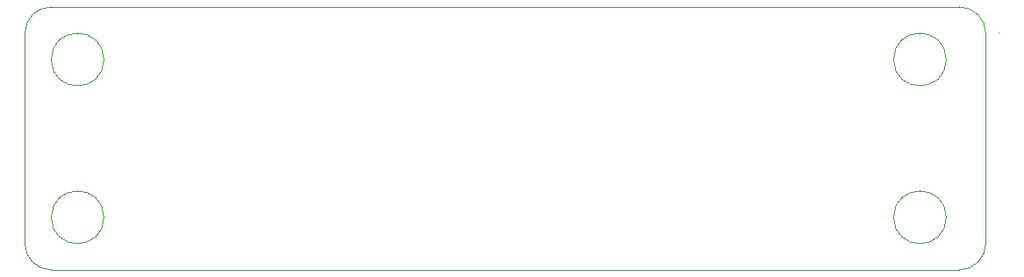
<source format=gbr>
%TF.GenerationSoftware,KiCad,Pcbnew,7.0.8-7.0.8~ubuntu22.04.1*%
%TF.CreationDate,2023-10-03T21:39:05-05:00*%
%TF.ProjectId,bandpass_filter,62616e64-7061-4737-935f-66696c746572,rev?*%
%TF.SameCoordinates,Original*%
%TF.FileFunction,Profile,NP*%
%FSLAX46Y46*%
G04 Gerber Fmt 4.6, Leading zero omitted, Abs format (unit mm)*
G04 Created by KiCad (PCBNEW 7.0.8-7.0.8~ubuntu22.04.1) date 2023-10-03 21:39:05*
%MOMM*%
%LPD*%
G01*
G04 APERTURE LIST*
%TA.AperFunction,Profile*%
%ADD10C,0.100000*%
%TD*%
G04 APERTURE END LIST*
D10*
X25400000Y-45720000D02*
X113030000Y-45720000D01*
X22860000Y-50800000D02*
X22860000Y-48260000D01*
X111760000Y-66040000D02*
G75*
G03*
X111760000Y-66040000I-2540000J0D01*
G01*
X113030000Y-71120000D02*
X25400000Y-71120000D01*
X22860000Y-68580000D02*
G75*
G03*
X25400000Y-71120000I2540000J0D01*
G01*
X116840001Y-48260000D02*
G75*
G03*
X116840001Y-48260000I-1J0D01*
G01*
X25400000Y-45720000D02*
G75*
G03*
X22860000Y-48260000I0J-2540000D01*
G01*
X30480000Y-50800000D02*
G75*
G03*
X30480000Y-50800000I-2540000J0D01*
G01*
X115570000Y-48260000D02*
X115570000Y-68580000D01*
X113030000Y-71120000D02*
G75*
G03*
X115570000Y-68580000I0J2540000D01*
G01*
X22860000Y-68580000D02*
X22860000Y-50800000D01*
X30480000Y-66040000D02*
G75*
G03*
X30480000Y-66040000I-2540000J0D01*
G01*
X115570000Y-48260000D02*
G75*
G03*
X113030000Y-45720000I-2540000J0D01*
G01*
X111760000Y-50800000D02*
G75*
G03*
X111760000Y-50800000I-2540000J0D01*
G01*
M02*

</source>
